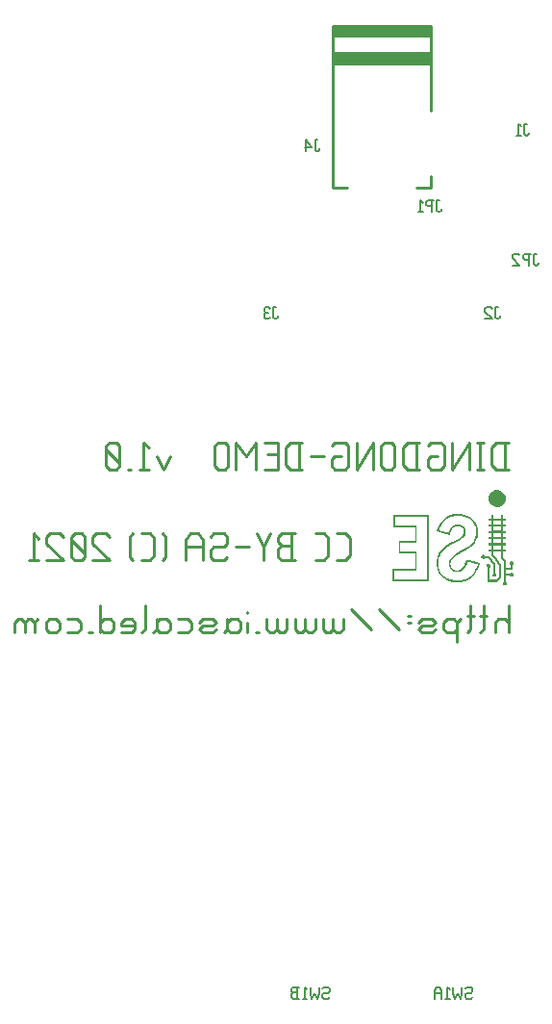
<source format=gbr>
G04 start of page 9 for group -4078 idx -4078 *
G04 Title: (unknown), bottomsilk *
G04 Creator: pcb 4.0.2 *
G04 CreationDate: Wed Jun 16 02:35:33 2021 UTC *
G04 For: railfan *
G04 Format: Gerber/RS-274X *
G04 PCB-Dimensions (mil): 3000.00 5000.00 *
G04 PCB-Coordinate-Origin: lower left *
%MOIN*%
%FSLAX25Y25*%
%LNBOTTOMSILK*%
%ADD52C,0.0060*%
%ADD51C,0.0100*%
%ADD50C,0.0116*%
%ADD49C,0.0093*%
%ADD48C,0.0001*%
G54D48*G36*
X192957Y305709D02*Y305644D01*
X192697Y305633D01*
X192431Y305693D01*
X192084Y306073D01*
X192051Y306588D01*
X192181Y306821D01*
X192360Y306990D01*
X192426Y307022D01*
Y313853D01*
X191514Y315003D01*
Y317341D01*
X188698D01*
Y316403D01*
X190104Y314623D01*
X191514Y312844D01*
Y308270D01*
X190158Y306914D01*
X186767D01*
Y311802D01*
X186669Y311872D01*
X186371Y312382D01*
X186528Y312947D01*
X187130Y313218D01*
X187706Y312909D01*
X187841Y312393D01*
X187597Y311927D01*
X187472Y311834D01*
X187467Y311672D01*
X187461Y311216D01*
Y310543D01*
X187456Y309719D01*
Y307597D01*
X189876D01*
X190852Y308574D01*
Y312583D01*
X189431Y314368D01*
X188015Y316158D01*
Y316750D01*
X188009Y317336D01*
X187098D01*
Y318122D01*
X188009D01*
Y319495D01*
X187098D01*
Y320255D01*
X188009D01*
Y321649D01*
X187098D01*
Y322408D01*
X188009D01*
Y323781D01*
X187098D01*
Y324541D01*
X188009D01*
Y325935D01*
X187098D01*
Y326694D01*
X188009D01*
Y328094D01*
X187098D01*
Y328854D01*
X188009D01*
Y330096D01*
X188698D01*
Y328854D01*
X191514D01*
Y330096D01*
X192171D01*
Y328854D01*
X193082D01*
Y328094D01*
X192181D01*
X191498Y328148D01*
X188709D01*
X188704Y327459D01*
X188693Y326765D01*
X190093D01*
X190776Y326770D01*
X191210Y326776D01*
X191433Y326787D01*
X191498Y326797D01*
X191509Y327015D01*
X191503Y327492D01*
X191498Y328148D01*
X192181Y328094D01*
Y326722D01*
X193082D01*
Y325962D01*
X192171D01*
X191514Y326005D01*
X188693D01*
X188704Y325316D01*
Y325300D01*
X188709Y324611D01*
X190093D01*
X191080Y324617D01*
X191492Y324627D01*
X191509Y324844D01*
X191514Y325327D01*
Y326005D01*
X192171Y325962D01*
X192181Y324584D01*
X193082D01*
Y323824D01*
X192171D01*
Y322452D01*
X191514Y322479D01*
Y323852D01*
X188698D01*
Y322479D01*
X191514D01*
X192171Y322452D01*
X193082D01*
Y321692D01*
X192181D01*
X191498Y321719D01*
X188698D01*
Y320336D01*
X190093D01*
X190776Y320341D01*
X191210Y320347D01*
X191433Y320358D01*
X191498Y320368D01*
X191509Y320586D01*
X191503Y321057D01*
X191498Y321719D01*
X192181Y321692D01*
Y320325D01*
X193082D01*
Y319566D01*
X192171D01*
Y318193D01*
X191514D01*
Y319566D01*
X188698D01*
Y318193D01*
X193082D01*
Y317406D01*
X192171D01*
Y315339D01*
X192643Y314748D01*
X193109Y314156D01*
Y311851D01*
X194758D01*
Y312627D01*
X194661Y312697D01*
X194422Y313006D01*
X194368Y313381D01*
X194487Y313701D01*
X194710Y313923D01*
X195003Y314026D01*
X195339Y313994D01*
X195627Y313815D01*
X195811Y313527D01*
X195822Y313093D01*
X195713Y312876D01*
X195545Y312697D01*
X195447Y312627D01*
X195442Y311900D01*
Y311167D01*
X193109D01*
Y309670D01*
X193776Y309675D01*
X194444D01*
X194509Y309773D01*
X194818Y310012D01*
X195198Y310066D01*
X195513Y309946D01*
X195730Y309724D01*
X195838Y309431D01*
X195811Y309100D01*
X195627Y308807D01*
X195328Y308617D01*
X194900D01*
X194547Y308840D01*
X194455Y308964D01*
X194259Y308981D01*
X193782Y308986D01*
X193109D01*
Y307104D01*
X193239Y306990D01*
X193435Y306740D01*
X193489Y306425D01*
X193353Y305980D01*
X192957Y305709D01*
G37*
G36*
X177115Y306729D02*Y306735D01*
X175743Y306740D01*
X174365Y306914D01*
X172900Y307359D01*
X171630Y308037D01*
X170588Y308948D01*
X169791Y310066D01*
X169281Y311330D01*
X169026Y312730D01*
X169032Y314162D01*
X169308Y315534D01*
X169796Y316674D01*
X170523Y317726D01*
X171489Y318714D01*
X172715Y319642D01*
X173193Y319951D01*
X173752Y320282D01*
X174435Y320667D01*
X175303Y321139D01*
X176074Y321562D01*
X176649Y321888D01*
X177088Y322164D01*
X177441Y322408D01*
X178168Y323076D01*
X178515Y323727D01*
X178553Y324139D01*
X178515Y324622D01*
X178331Y325219D01*
X177994Y325680D01*
X177137Y326152D01*
X176486Y326201D01*
X175851Y326136D01*
X174902Y325604D01*
X174142Y324535D01*
X173882Y323960D01*
X173654Y323358D01*
X173578Y323157D01*
X173399Y323201D01*
X172921Y323331D01*
X172216Y323532D01*
X171353Y323776D01*
X169151Y324416D01*
X169211Y324671D01*
X169704Y326174D01*
X170431Y327476D01*
X171370Y328561D01*
X172509Y329407D01*
X173648Y329933D01*
X174923Y330259D01*
X176307Y330384D01*
X177766Y330302D01*
X179638Y329863D01*
X181168Y329038D01*
X182329Y327855D01*
X183089Y326331D01*
X183382Y325132D01*
X183474Y323846D01*
X183344Y322533D01*
X182926Y321350D01*
X182389Y320466D01*
X181640Y319625D01*
X180983Y319045D01*
X180208Y318480D01*
X179193Y317851D01*
X177815Y317075D01*
X177121Y316696D01*
X176605Y316403D01*
X176198Y316158D01*
X175835Y315925D01*
X174576Y314878D01*
X173979Y313809D01*
X173377Y313983D01*
X174061Y315247D01*
X175493Y316457D01*
X175867Y316696D01*
X176291Y316951D01*
X176833Y317260D01*
X177560Y317661D01*
X178645Y318269D01*
X179448Y318746D01*
X180078Y319159D01*
X180620Y319566D01*
X181483Y320358D01*
X182123Y321199D01*
X182562Y322105D01*
X182801Y323087D01*
X182839Y323797D01*
X182812Y324573D01*
X182611Y325723D01*
X182242Y326749D01*
X181700Y327633D01*
X181000Y328360D01*
X179600Y329196D01*
X177853Y329657D01*
X175932Y329743D01*
X174175Y329440D01*
X172921Y328913D01*
X171847Y328138D01*
X170957Y327134D01*
X170279Y325919D01*
X170160Y325604D01*
X170035Y325262D01*
X169948Y324985D01*
X169921Y324861D01*
X170062Y324817D01*
X170420Y324714D01*
X170919Y324562D01*
X171495Y324394D01*
X172081Y324226D01*
X172591Y324074D01*
X172970Y323971D01*
X173133Y323922D01*
X173193Y323966D01*
X173279Y324166D01*
X173773Y325186D01*
X174348Y325951D01*
X175016Y326477D01*
X175786Y326770D01*
X176361Y326836D01*
X176942Y326819D01*
X177897Y326537D01*
X178602Y325973D01*
X179036Y325159D01*
X179182Y324117D01*
X179014Y323249D01*
X178466Y322463D01*
X178037Y322061D01*
X177484Y321660D01*
X176692Y321182D01*
X175547Y320547D01*
X174055Y319717D01*
X172981Y319056D01*
X172173Y318459D01*
X171473Y317813D01*
X170789Y317032D01*
X170268Y316213D01*
X169910Y315323D01*
X169683Y314336D01*
X169634Y313402D01*
X169683Y312447D01*
X169840Y311661D01*
X170068Y310966D01*
X170534Y310060D01*
X171137Y309279D01*
X171891Y308623D01*
X172791Y308091D01*
X173952Y307657D01*
X175282Y307402D01*
X175705Y307369D01*
X176253Y307353D01*
X176801D01*
X177197Y307364D01*
X179068Y307782D01*
X180642Y308650D01*
X181928Y309979D01*
X182926Y311758D01*
X183051Y312084D01*
X183197Y312491D01*
X183322Y312860D01*
X183371Y313044D01*
Y313077D01*
X183208Y313126D01*
X182671Y313245D01*
X181521Y313489D01*
X180891Y313625D01*
X180365Y313739D01*
X180007Y313815D01*
X179855Y313842D01*
X179806Y313826D01*
X179757Y313657D01*
X179611Y313153D01*
X179410Y312627D01*
X178618Y311384D01*
X177549Y310559D01*
X176220Y310256D01*
X175184Y310424D01*
X174327Y310885D01*
X173697Y311617D01*
X173339Y312567D01*
X173377Y313983D01*
X173979Y313809D01*
X173925Y313212D01*
X173979Y312583D01*
X174538Y311547D01*
X175558Y310961D01*
X175813Y310918D01*
X176204Y310901D01*
X176600Y310918D01*
X176838Y310961D01*
X177609Y311324D01*
X178255Y311932D01*
X178770Y312757D01*
X179133Y313782D01*
X179215Y314118D01*
X179264Y314368D01*
X179318Y314580D01*
X179519Y314547D01*
X180045Y314444D01*
X180821Y314281D01*
X181754Y314081D01*
X184174Y313565D01*
X184076Y313196D01*
X183430Y311341D01*
X182568Y309778D01*
X181624Y308671D01*
X180517Y307793D01*
X178933Y307071D01*
X177115Y306729D01*
G37*
G36*
X166530Y318535D02*Y307022D01*
X153846D01*
Y311460D01*
X161610D01*
X161604Y314091D01*
X161593Y316723D01*
X155929D01*
Y321133D01*
X161610D01*
Y325653D01*
X154150D01*
Y330064D01*
X166530D01*
Y318535D01*
X165890Y318540D01*
X165879Y329440D01*
X154784D01*
Y326271D01*
X162244D01*
Y320488D01*
X156559D01*
Y317319D01*
X162244D01*
Y310798D01*
X154470D01*
Y307641D01*
X165896D01*
X165890Y318540D01*
X166530Y318535D01*
G37*
G36*
X189393Y308623D02*Y308617D01*
X188850Y308650D01*
X188465Y309024D01*
X188433Y309523D01*
X188693Y309919D01*
X188796Y309990D01*
Y312887D01*
X187885Y314043D01*
X186968Y315198D01*
X185980D01*
X185855Y315062D01*
X185297Y314813D01*
X184911Y314927D01*
X184635Y315214D01*
X184570Y315486D01*
X184586Y315768D01*
X184722Y316012D01*
X184944Y316202D01*
X185096Y316272D01*
X185297Y316278D01*
X185503Y316267D01*
X185655Y316202D01*
X185883Y316007D01*
X185969Y315887D01*
X187299D01*
X188389Y314504D01*
X189485Y313126D01*
Y311552D01*
X189490Y310440D01*
X189501Y309979D01*
X189632Y309887D01*
X189859Y309534D01*
X189854Y309100D01*
X189675Y308812D01*
X189393Y308623D01*
G37*
G36*
X190559Y332782D02*X190120Y332760D01*
X189669Y332782D01*
X189018Y332955D01*
X188416Y333275D01*
X187901Y333720D01*
X187494Y334268D01*
X187228Y334941D01*
X187120Y335668D01*
X187190Y336395D01*
X187423Y337079D01*
X187847Y337697D01*
X188400Y338202D01*
X189344Y338629D01*
X190353Y338716D01*
X191324Y338473D01*
X192171Y337898D01*
X192691Y337247D01*
X193001Y336482D01*
X193082Y335863D01*
X193044Y335223D01*
X192757Y334360D01*
X192209Y333628D01*
X191444Y333069D01*
X190559Y332782D01*
G37*
G54D49*X192840Y345900D02*Y355180D01*
X189824D02*X188200Y353556D01*
Y347524D02*Y353556D01*
X189824Y345900D02*X188200Y347524D01*
X189824Y345900D02*X194000D01*
X189824Y355180D02*X194000D01*
X183096D02*X185416D01*
X184256Y345900D02*Y355180D01*
X183096Y345900D02*X185416D01*
X180312D02*Y355180D01*
X174512Y345900D01*
Y355180D01*
X167088D02*X165928Y354020D01*
X167088Y355180D02*X170568D01*
X171728Y354020D02*X170568Y355180D01*
X171728Y347060D02*Y354020D01*
Y347060D02*X170568Y345900D01*
X167088D02*X170568D01*
X167088D02*X165928Y347060D01*
Y349380D01*
X167088Y350540D02*X165928Y349380D01*
X167088Y350540D02*X169408D01*
X161984Y345900D02*Y355180D01*
X158968D02*X157344Y353556D01*
Y347524D02*Y353556D01*
X158968Y345900D02*X157344Y347524D01*
X158968Y345900D02*X163144D01*
X158968Y355180D02*X163144D01*
X154560Y347060D02*Y354020D01*
X153400Y355180D01*
X151080D02*X153400D01*
X151080D02*X149920Y354020D01*
Y347060D02*Y354020D01*
X151080Y345900D02*X149920Y347060D01*
X151080Y345900D02*X153400D01*
X154560Y347060D02*X153400Y345900D01*
X147136D02*Y355180D01*
X141336Y345900D01*
Y355180D01*
X133912D02*X132752Y354020D01*
X133912Y355180D02*X137392D01*
X138552Y354020D02*X137392Y355180D01*
X138552Y347060D02*Y354020D01*
Y347060D02*X137392Y345900D01*
X133912D02*X137392D01*
X133912D02*X132752Y347060D01*
Y349380D01*
X133912Y350540D02*X132752Y349380D01*
X133912Y350540D02*X136232D01*
X125328D02*X129968D01*
X121384Y345900D02*Y355180D01*
X118368D02*X116744Y353556D01*
Y347524D02*Y353556D01*
X118368Y345900D02*X116744Y347524D01*
X118368Y345900D02*X122544D01*
X118368Y355180D02*X122544D01*
X110480Y351004D02*X113960D01*
X109320Y345900D02*X113960D01*
Y355180D01*
X109320D02*X113960D01*
X106536Y345900D02*Y355180D01*
X103056Y350540D01*
X99576Y355180D01*
Y345900D02*Y355180D01*
X96792Y347060D02*Y354020D01*
X95632Y355180D01*
X93312D02*X95632D01*
X93312D02*X92152Y354020D01*
Y347060D02*Y354020D01*
X93312Y345900D02*X92152Y347060D01*
X93312Y345900D02*X95632D01*
X96792Y347060D02*X95632Y345900D01*
X76840Y350540D02*X74520Y345900D01*
X72200Y350540D02*X74520Y345900D01*
X69416Y353324D02*X67560Y355180D01*
Y345900D02*Y355180D01*
X65936Y345900D02*X69416D01*
X61992D02*X63152D01*
X59208Y347060D02*X58048Y345900D01*
X59208Y347060D02*Y354020D01*
X58048Y355180D01*
X55728D02*X58048D01*
X55728D02*X54568Y354020D01*
Y347060D02*Y354020D01*
X55728Y345900D02*X54568Y347060D01*
X55728Y345900D02*X58048D01*
X59208Y348220D02*X54568Y352860D01*
X134360Y314400D02*X137376D01*
X139000Y316024D02*X137376Y314400D01*
X139000Y316024D02*Y322056D01*
X137376Y323680D01*
X134360D02*X137376D01*
X126936Y314400D02*X129952D01*
X131576Y316024D02*X129952Y314400D01*
X131576Y316024D02*Y322056D01*
X129952Y323680D01*
X126936D02*X129952D01*
X115336Y314400D02*X119976D01*
X115336D02*X114176Y315560D01*
Y318344D01*
X115336Y319504D02*X114176Y318344D01*
X115336Y319504D02*X118816D01*
Y314400D02*Y323680D01*
X115336D02*X119976D01*
X115336D02*X114176Y322520D01*
Y320664D02*Y322520D01*
X115336Y319504D02*X114176Y320664D01*
X111392Y323680D02*X109072Y319040D01*
X106752Y323680D01*
X109072Y314400D02*Y319040D01*
X99328D02*X103968D01*
X91904Y323680D02*X90744Y322520D01*
X91904Y323680D02*X95384D01*
X96544Y322520D02*X95384Y323680D01*
X96544Y320200D02*Y322520D01*
Y320200D02*X95384Y319040D01*
X91904D02*X95384D01*
X91904D02*X90744Y317880D01*
Y315560D02*Y317880D01*
X91904Y314400D02*X90744Y315560D01*
X91904Y314400D02*X95384D01*
X96544Y315560D02*X95384Y314400D01*
X87960D02*Y321360D01*
X86336Y323680D01*
X83784D02*X86336D01*
X83784D02*X82160Y321360D01*
Y314400D02*Y321360D01*
Y319040D02*X87960D01*
X75200Y315560D02*X74040Y314400D01*
X75200Y322520D02*X74040Y323680D01*
X75200Y315560D02*Y322520D01*
X66616Y314400D02*X69632D01*
X71256Y316024D02*X69632Y314400D01*
X71256Y316024D02*Y322056D01*
X69632Y323680D01*
X66616D02*X69632D01*
X63832D02*X62672Y322520D01*
Y315560D02*Y322520D01*
X63832Y314400D02*X62672Y315560D01*
X55712Y322520D02*X54552Y323680D01*
X51072D02*X54552D01*
X51072D02*X49912Y322520D01*
Y320200D02*Y322520D01*
X55712Y314400D02*X49912Y320200D01*
Y314400D02*X55712D01*
X47128Y315560D02*X45968Y314400D01*
X47128Y315560D02*Y322520D01*
X45968Y323680D01*
X43648D02*X45968D01*
X43648D02*X42488Y322520D01*
Y315560D02*Y322520D01*
X43648Y314400D02*X42488Y315560D01*
X43648Y314400D02*X45968D01*
X47128Y316720D02*X42488Y321360D01*
X39704Y322520D02*X38544Y323680D01*
X35064D02*X38544D01*
X35064D02*X33904Y322520D01*
Y320200D02*Y322520D01*
X39704Y314400D02*X33904Y320200D01*
Y314400D02*X39704D01*
X31120Y321824D02*X29264Y323680D01*
Y314400D02*Y323680D01*
X27640Y314400D02*X31120D01*
X194000Y289400D02*Y298680D01*
Y292880D02*X192840Y294040D01*
X190520D02*X192840D01*
X190520D02*X189360Y292880D01*
Y289400D02*Y292880D01*
X185416Y290560D02*Y298680D01*
Y290560D02*X184256Y289400D01*
Y295200D02*X186576D01*
X180776Y290560D02*Y298680D01*
Y290560D02*X179616Y289400D01*
Y295200D02*X181936D01*
X176136Y285920D02*Y292880D01*
X177296Y294040D02*X176136Y292880D01*
X174976Y294040D01*
X172656D02*X174976D01*
X172656D02*X171496Y292880D01*
Y290560D02*Y292880D01*
X172656Y289400D02*X171496Y290560D01*
X172656Y289400D02*X174976D01*
X176136Y290560D02*X174976Y289400D01*
X164072D02*X167552D01*
X164072D02*X162912Y290560D01*
X164072Y291720D02*X162912Y290560D01*
X164072Y291720D02*X167552D01*
X168712Y292880D02*X167552Y291720D01*
X168712Y292880D02*X167552Y294040D01*
X164072D02*X167552D01*
X164072D02*X162912Y292880D01*
X168712Y290560D02*X167552Y289400D01*
X158968Y295200D02*X160128D01*
X158968Y292880D02*X160128D01*
X156184Y290560D02*X149224Y297520D01*
X146440Y290560D02*X139480Y297520D01*
X136696Y290560D02*Y294040D01*
Y290560D02*X135536Y289400D01*
X134376D02*X135536D01*
X134376D02*X133216Y290560D01*
Y294040D01*
Y290560D02*X132056Y289400D01*
X130896D02*X132056D01*
X130896D02*X129736Y290560D01*
Y294040D01*
X126952Y290560D02*Y294040D01*
Y290560D02*X125792Y289400D01*
X124632D02*X125792D01*
X124632D02*X123472Y290560D01*
Y294040D01*
Y290560D02*X122312Y289400D01*
X121152D02*X122312D01*
X121152D02*X119992Y290560D01*
Y294040D01*
X117208Y290560D02*Y294040D01*
Y290560D02*X116048Y289400D01*
X114888D02*X116048D01*
X114888D02*X113728Y290560D01*
Y294040D01*
Y290560D02*X112568Y289400D01*
X111408D02*X112568D01*
X111408D02*X110248Y290560D01*
Y294040D01*
X106304Y289400D02*X107464D01*
G54D50*X103520Y296128D02*Y296360D01*
G54D49*Y289400D02*Y292880D01*
X97720Y294040D02*X96560Y292880D01*
X97720Y294040D02*X100040D01*
X101200Y292880D02*X100040Y294040D01*
X101200Y290560D02*Y292880D01*
Y290560D02*X100040Y289400D01*
X96560Y290560D02*Y294040D01*
Y290560D02*X95400Y289400D01*
X97720D02*X100040D01*
X97720D02*X96560Y290560D01*
X87976Y289400D02*X91456D01*
X87976D02*X86816Y290560D01*
X87976Y291720D02*X86816Y290560D01*
X87976Y291720D02*X91456D01*
X92616Y292880D02*X91456Y291720D01*
X92616Y292880D02*X91456Y294040D01*
X87976D02*X91456D01*
X87976D02*X86816Y292880D01*
X92616Y290560D02*X91456Y289400D01*
X79392Y294040D02*X82872D01*
X84032Y292880D02*X82872Y294040D01*
X84032Y290560D02*Y292880D01*
Y290560D02*X82872Y289400D01*
X79392D02*X82872D01*
X73128Y294040D02*X71968Y292880D01*
X73128Y294040D02*X75448D01*
X76608Y292880D02*X75448Y294040D01*
X76608Y290560D02*Y292880D01*
Y290560D02*X75448Y289400D01*
X71968Y290560D02*Y294040D01*
Y290560D02*X70808Y289400D01*
X73128D02*X75448D01*
X73128D02*X71968Y290560D01*
X68024D02*Y298680D01*
Y290560D02*X66864Y289400D01*
X59904D02*X63384D01*
X64544Y290560D02*X63384Y289400D01*
X64544Y290560D02*Y292880D01*
X63384Y294040D01*
X61064D02*X63384D01*
X61064D02*X59904Y292880D01*
Y291720D02*X64544D01*
X59904D02*Y292880D01*
X52480Y289400D02*Y298680D01*
X53640Y289400D02*X52480Y290560D01*
X53640Y289400D02*X55960D01*
X57120Y290560D02*X55960Y289400D01*
X57120Y290560D02*Y292880D01*
X55960Y294040D01*
X53640D02*X55960D01*
X53640D02*X52480Y292880D01*
X48536Y289400D02*X49696D01*
X41112Y294040D02*X44592D01*
X45752Y292880D02*X44592Y294040D01*
X45752Y290560D02*Y292880D01*
Y290560D02*X44592Y289400D01*
X41112D02*X44592D01*
X38328Y290560D02*Y292880D01*
X37168Y294040D01*
X34848D02*X37168D01*
X34848D02*X33688Y292880D01*
Y290560D02*Y292880D01*
X34848Y289400D02*X33688Y290560D01*
X34848Y289400D02*X37168D01*
X38328Y290560D02*X37168Y289400D01*
X29744D02*Y292880D01*
X28584Y294040D01*
X27424D02*X28584D01*
X27424D02*X26264Y292880D01*
Y289400D02*Y292880D01*
X25104Y294040D01*
X23944D02*X25104D01*
X23944D02*X22784Y292880D01*
Y289400D02*Y292880D01*
X30904Y294040D02*X29744Y292880D01*
G54D51*X167000Y499500D02*Y470000D01*
X133000Y499500D02*X167000D01*
X133000D02*Y443500D01*
X138000D01*
X167000Y447500D02*Y443500D01*
X162000D02*X167000D01*
X133000Y499500D02*X167000D01*
X133000Y499000D02*X167000D01*
X133000Y498500D02*X167000D01*
X133000Y498000D02*X167000D01*
X133000Y497500D02*X167000D01*
X133000Y497000D02*X167000D01*
X133000Y496500D02*X167000D01*
X133000Y496000D02*X167000D01*
X133000Y486500D02*X167000D01*
X133000Y487000D02*X167000D01*
X133000Y487500D02*X167000D01*
X133000Y488000D02*X167000D01*
X133000Y488500D02*X167000D01*
X133000Y489000D02*X167000D01*
X133000Y489500D02*X167000D01*
X133000Y490000D02*X167000D01*
G54D52*X130000Y166500D02*X129500Y166000D01*
X130000Y166500D02*X131500D01*
X132000Y166000D02*X131500Y166500D01*
X132000Y165000D02*Y166000D01*
Y165000D02*X131500Y164500D01*
X130000D02*X131500D01*
X130000D02*X129500Y164000D01*
Y163000D02*Y164000D01*
X130000Y162500D02*X129500Y163000D01*
X130000Y162500D02*X131500D01*
X132000Y163000D02*X131500Y162500D01*
X128300Y164500D02*Y166500D01*
Y164500D02*X127800Y162500D01*
X126800Y164500D01*
X125800Y162500D01*
X125300Y164500D01*
Y166500D01*
X124100Y165700D02*X123300Y166500D01*
Y162500D02*Y166500D01*
X122600Y162500D02*X124100D01*
X119400D02*X121400D01*
X119400D02*X118900Y163000D01*
Y164200D01*
X119400Y164700D02*X118900Y164200D01*
X119400Y164700D02*X120900D01*
Y162500D02*Y166500D01*
X119400D02*X121400D01*
X119400D02*X118900Y166000D01*
Y165200D02*Y166000D01*
X119400Y164700D02*X118900Y165200D01*
X179500Y166500D02*X179000Y166000D01*
X179500Y166500D02*X181000D01*
X181500Y166000D02*X181000Y166500D01*
X181500Y165000D02*Y166000D01*
Y165000D02*X181000Y164500D01*
X179500D02*X181000D01*
X179500D02*X179000Y164000D01*
Y163000D02*Y164000D01*
X179500Y162500D02*X179000Y163000D01*
X179500Y162500D02*X181000D01*
X181500Y163000D02*X181000Y162500D01*
X177800Y164500D02*Y166500D01*
Y164500D02*X177300Y162500D01*
X176300Y164500D01*
X175300Y162500D01*
X174800Y164500D01*
Y166500D01*
X173600Y165700D02*X172800Y166500D01*
Y162500D02*Y166500D01*
X172100Y162500D02*X173600D01*
X170900D02*Y165500D01*
X170200Y166500D01*
X169100D02*X170200D01*
X169100D02*X168400Y165500D01*
Y162500D02*Y165500D01*
Y164500D02*X170900D01*
X189500Y402000D02*X190300D01*
X189500Y398500D02*Y402000D01*
X190000Y398000D02*X189500Y398500D01*
X190000Y398000D02*X190500D01*
X191000Y398500D02*X190500Y398000D01*
X191000Y398500D02*Y399000D01*
X188300Y401500D02*X187800Y402000D01*
X186300D02*X187800D01*
X186300D02*X185800Y401500D01*
Y400500D02*Y401500D01*
X188300Y398000D02*X185800Y400500D01*
Y398000D02*X188300D01*
X112500Y402000D02*X113300D01*
X112500Y398500D02*Y402000D01*
X113000Y398000D02*X112500Y398500D01*
X113000Y398000D02*X113500D01*
X114000Y398500D02*X113500Y398000D01*
X114000Y398500D02*Y399000D01*
X111300Y401500D02*X110800Y402000D01*
X109800D02*X110800D01*
X109800D02*X109300Y401500D01*
X109800Y398000D02*X109300Y398500D01*
X109800Y398000D02*X110800D01*
X111300Y398500D02*X110800Y398000D01*
X109800Y400200D02*X110800D01*
X109300Y400700D02*Y401500D01*
Y398500D02*Y399700D01*
X109800Y400200D01*
X109300Y400700D02*X109800Y400200D01*
X202800Y420500D02*X203600D01*
X202800Y417000D02*Y420500D01*
X203300Y416500D02*X202800Y417000D01*
X203300Y416500D02*X203800D01*
X204300Y417000D02*X203800Y416500D01*
X204300Y417000D02*Y417500D01*
X201100Y416500D02*Y420500D01*
X199600D02*X201600D01*
X199600D02*X199100Y420000D01*
Y419000D02*Y420000D01*
X199600Y418500D02*X199100Y419000D01*
X199600Y418500D02*X201100D01*
X197900Y420000D02*X197400Y420500D01*
X195900D02*X197400D01*
X195900D02*X195400Y420000D01*
Y419000D02*Y420000D01*
X197900Y416500D02*X195400Y419000D01*
Y416500D02*X197900D01*
X199500Y465500D02*X200300D01*
X199500Y462000D02*Y465500D01*
X200000Y461500D02*X199500Y462000D01*
X200000Y461500D02*X200500D01*
X201000Y462000D02*X200500Y461500D01*
X201000Y462000D02*Y462500D01*
X198300Y464700D02*X197500Y465500D01*
Y461500D02*Y465500D01*
X196800Y461500D02*X198300D01*
X127000Y460000D02*X127800D01*
X127000Y456500D02*Y460000D01*
X127500Y456000D02*X127000Y456500D01*
X127500Y456000D02*X128000D01*
X128500Y456500D02*X128000Y456000D01*
X128500Y456500D02*Y457000D01*
X125800Y457500D02*X123800Y460000D01*
X123300Y457500D02*X125800D01*
X123800Y456000D02*Y460000D01*
X169200Y439000D02*X170000D01*
X169200Y435500D02*Y439000D01*
X169700Y435000D02*X169200Y435500D01*
X169700Y435000D02*X170200D01*
X170700Y435500D02*X170200Y435000D01*
X170700Y435500D02*Y436000D01*
X167500Y435000D02*Y439000D01*
X166000D02*X168000D01*
X166000D02*X165500Y438500D01*
Y437500D02*Y438500D01*
X166000Y437000D02*X165500Y437500D01*
X166000Y437000D02*X167500D01*
X164300Y438200D02*X163500Y439000D01*
Y435000D02*Y439000D01*
X162800Y435000D02*X164300D01*
M02*

</source>
